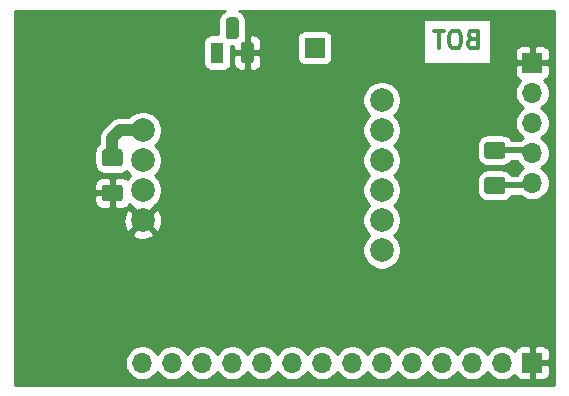
<source format=gbr>
G04 #@! TF.GenerationSoftware,KiCad,Pcbnew,5.1.5-52549c5~84~ubuntu18.04.1*
G04 #@! TF.CreationDate,2020-03-18T13:38:27+01:00*
G04 #@! TF.ProjectId,pcb_loadcell-dev-hx711,7063625f-6c6f-4616-9463-656c6c2d6465,rev?*
G04 #@! TF.SameCoordinates,Original*
G04 #@! TF.FileFunction,Copper,L2,Bot*
G04 #@! TF.FilePolarity,Positive*
%FSLAX46Y46*%
G04 Gerber Fmt 4.6, Leading zero omitted, Abs format (unit mm)*
G04 Created by KiCad (PCBNEW 5.1.5-52549c5~84~ubuntu18.04.1) date 2020-03-18 13:38:27*
%MOMM*%
%LPD*%
G04 APERTURE LIST*
%ADD10C,0.300000*%
%ADD11C,2.000000*%
%ADD12R,1.100000X1.800000*%
%ADD13C,0.100000*%
%ADD14O,1.700000X1.700000*%
%ADD15R,1.700000X1.700000*%
%ADD16C,0.800000*%
%ADD17C,0.500000*%
%ADD18C,1.000000*%
%ADD19C,0.254000*%
G04 APERTURE END LIST*
D10*
X83800000Y-79267857D02*
X83585714Y-79339285D01*
X83514285Y-79410714D01*
X83442857Y-79553571D01*
X83442857Y-79767857D01*
X83514285Y-79910714D01*
X83585714Y-79982142D01*
X83728571Y-80053571D01*
X84300000Y-80053571D01*
X84300000Y-78553571D01*
X83800000Y-78553571D01*
X83657142Y-78625000D01*
X83585714Y-78696428D01*
X83514285Y-78839285D01*
X83514285Y-78982142D01*
X83585714Y-79125000D01*
X83657142Y-79196428D01*
X83800000Y-79267857D01*
X84300000Y-79267857D01*
X82514285Y-78553571D02*
X82228571Y-78553571D01*
X82085714Y-78625000D01*
X81942857Y-78767857D01*
X81871428Y-79053571D01*
X81871428Y-79553571D01*
X81942857Y-79839285D01*
X82085714Y-79982142D01*
X82228571Y-80053571D01*
X82514285Y-80053571D01*
X82657142Y-79982142D01*
X82800000Y-79839285D01*
X82871428Y-79553571D01*
X82871428Y-79053571D01*
X82800000Y-78767857D01*
X82657142Y-78625000D01*
X82514285Y-78553571D01*
X81442857Y-78553571D02*
X80585714Y-78553571D01*
X81014285Y-80053571D02*
X81014285Y-78553571D01*
D11*
X76155000Y-97155000D03*
X76155000Y-94615000D03*
X76155000Y-92075000D03*
X76155000Y-89535000D03*
X76155000Y-86995000D03*
X76155000Y-84455000D03*
X55925000Y-86995000D03*
X55925000Y-89535000D03*
X55925000Y-92075000D03*
X55925000Y-94615000D03*
D12*
X62230000Y-80410000D03*
G04 #@! TA.AperFunction,ComponentPad*
D13*
G36*
X65071955Y-79511324D02*
G01*
X65098650Y-79515284D01*
X65124828Y-79521841D01*
X65150238Y-79530933D01*
X65174634Y-79542472D01*
X65197782Y-79556346D01*
X65219458Y-79572422D01*
X65239454Y-79590546D01*
X65257578Y-79610542D01*
X65273654Y-79632218D01*
X65287528Y-79655366D01*
X65299067Y-79679762D01*
X65308159Y-79705172D01*
X65314716Y-79731350D01*
X65318676Y-79758045D01*
X65320000Y-79785000D01*
X65320000Y-81035000D01*
X65318676Y-81061955D01*
X65314716Y-81088650D01*
X65308159Y-81114828D01*
X65299067Y-81140238D01*
X65287528Y-81164634D01*
X65273654Y-81187782D01*
X65257578Y-81209458D01*
X65239454Y-81229454D01*
X65219458Y-81247578D01*
X65197782Y-81263654D01*
X65174634Y-81277528D01*
X65150238Y-81289067D01*
X65124828Y-81298159D01*
X65098650Y-81304716D01*
X65071955Y-81308676D01*
X65045000Y-81310000D01*
X64495000Y-81310000D01*
X64468045Y-81308676D01*
X64441350Y-81304716D01*
X64415172Y-81298159D01*
X64389762Y-81289067D01*
X64365366Y-81277528D01*
X64342218Y-81263654D01*
X64320542Y-81247578D01*
X64300546Y-81229454D01*
X64282422Y-81209458D01*
X64266346Y-81187782D01*
X64252472Y-81164634D01*
X64240933Y-81140238D01*
X64231841Y-81114828D01*
X64225284Y-81088650D01*
X64221324Y-81061955D01*
X64220000Y-81035000D01*
X64220000Y-79785000D01*
X64221324Y-79758045D01*
X64225284Y-79731350D01*
X64231841Y-79705172D01*
X64240933Y-79679762D01*
X64252472Y-79655366D01*
X64266346Y-79632218D01*
X64282422Y-79610542D01*
X64300546Y-79590546D01*
X64320542Y-79572422D01*
X64342218Y-79556346D01*
X64365366Y-79542472D01*
X64389762Y-79530933D01*
X64415172Y-79521841D01*
X64441350Y-79515284D01*
X64468045Y-79511324D01*
X64495000Y-79510000D01*
X65045000Y-79510000D01*
X65071955Y-79511324D01*
G37*
G04 #@! TD.AperFunction*
G04 #@! TA.AperFunction,ComponentPad*
G36*
X63801955Y-77441324D02*
G01*
X63828650Y-77445284D01*
X63854828Y-77451841D01*
X63880238Y-77460933D01*
X63904634Y-77472472D01*
X63927782Y-77486346D01*
X63949458Y-77502422D01*
X63969454Y-77520546D01*
X63987578Y-77540542D01*
X64003654Y-77562218D01*
X64017528Y-77585366D01*
X64029067Y-77609762D01*
X64038159Y-77635172D01*
X64044716Y-77661350D01*
X64048676Y-77688045D01*
X64050000Y-77715000D01*
X64050000Y-78965000D01*
X64048676Y-78991955D01*
X64044716Y-79018650D01*
X64038159Y-79044828D01*
X64029067Y-79070238D01*
X64017528Y-79094634D01*
X64003654Y-79117782D01*
X63987578Y-79139458D01*
X63969454Y-79159454D01*
X63949458Y-79177578D01*
X63927782Y-79193654D01*
X63904634Y-79207528D01*
X63880238Y-79219067D01*
X63854828Y-79228159D01*
X63828650Y-79234716D01*
X63801955Y-79238676D01*
X63775000Y-79240000D01*
X63225000Y-79240000D01*
X63198045Y-79238676D01*
X63171350Y-79234716D01*
X63145172Y-79228159D01*
X63119762Y-79219067D01*
X63095366Y-79207528D01*
X63072218Y-79193654D01*
X63050542Y-79177578D01*
X63030546Y-79159454D01*
X63012422Y-79139458D01*
X62996346Y-79117782D01*
X62982472Y-79094634D01*
X62970933Y-79070238D01*
X62961841Y-79044828D01*
X62955284Y-79018650D01*
X62951324Y-78991955D01*
X62950000Y-78965000D01*
X62950000Y-77715000D01*
X62951324Y-77688045D01*
X62955284Y-77661350D01*
X62961841Y-77635172D01*
X62970933Y-77609762D01*
X62982472Y-77585366D01*
X62996346Y-77562218D01*
X63012422Y-77540542D01*
X63030546Y-77520546D01*
X63050542Y-77502422D01*
X63072218Y-77486346D01*
X63095366Y-77472472D01*
X63119762Y-77460933D01*
X63145172Y-77451841D01*
X63171350Y-77445284D01*
X63198045Y-77441324D01*
X63225000Y-77440000D01*
X63775000Y-77440000D01*
X63801955Y-77441324D01*
G37*
G04 #@! TD.AperFunction*
D14*
X55880000Y-106680000D03*
X58420000Y-106680000D03*
X60960000Y-106680000D03*
X63500000Y-106680000D03*
X66040000Y-106680000D03*
X68580000Y-106680000D03*
X71120000Y-106680000D03*
X73660000Y-106680000D03*
X76200000Y-106680000D03*
X78740000Y-106680000D03*
X81280000Y-106680000D03*
X83820000Y-106680000D03*
X86360000Y-106680000D03*
D15*
X88900000Y-106680000D03*
D14*
X88900000Y-91440000D03*
X88900000Y-88900000D03*
X88900000Y-86360000D03*
X88900000Y-83820000D03*
D15*
X88900000Y-81280000D03*
X70485000Y-80010000D03*
G04 #@! TA.AperFunction,SMDPad,CuDef*
D13*
G36*
X53989504Y-91581204D02*
G01*
X54013773Y-91584804D01*
X54037571Y-91590765D01*
X54060671Y-91599030D01*
X54082849Y-91609520D01*
X54103893Y-91622133D01*
X54123598Y-91636747D01*
X54141777Y-91653223D01*
X54158253Y-91671402D01*
X54172867Y-91691107D01*
X54185480Y-91712151D01*
X54195970Y-91734329D01*
X54204235Y-91757429D01*
X54210196Y-91781227D01*
X54213796Y-91805496D01*
X54215000Y-91830000D01*
X54215000Y-92755000D01*
X54213796Y-92779504D01*
X54210196Y-92803773D01*
X54204235Y-92827571D01*
X54195970Y-92850671D01*
X54185480Y-92872849D01*
X54172867Y-92893893D01*
X54158253Y-92913598D01*
X54141777Y-92931777D01*
X54123598Y-92948253D01*
X54103893Y-92962867D01*
X54082849Y-92975480D01*
X54060671Y-92985970D01*
X54037571Y-92994235D01*
X54013773Y-93000196D01*
X53989504Y-93003796D01*
X53965000Y-93005000D01*
X52715000Y-93005000D01*
X52690496Y-93003796D01*
X52666227Y-93000196D01*
X52642429Y-92994235D01*
X52619329Y-92985970D01*
X52597151Y-92975480D01*
X52576107Y-92962867D01*
X52556402Y-92948253D01*
X52538223Y-92931777D01*
X52521747Y-92913598D01*
X52507133Y-92893893D01*
X52494520Y-92872849D01*
X52484030Y-92850671D01*
X52475765Y-92827571D01*
X52469804Y-92803773D01*
X52466204Y-92779504D01*
X52465000Y-92755000D01*
X52465000Y-91830000D01*
X52466204Y-91805496D01*
X52469804Y-91781227D01*
X52475765Y-91757429D01*
X52484030Y-91734329D01*
X52494520Y-91712151D01*
X52507133Y-91691107D01*
X52521747Y-91671402D01*
X52538223Y-91653223D01*
X52556402Y-91636747D01*
X52576107Y-91622133D01*
X52597151Y-91609520D01*
X52619329Y-91599030D01*
X52642429Y-91590765D01*
X52666227Y-91584804D01*
X52690496Y-91581204D01*
X52715000Y-91580000D01*
X53965000Y-91580000D01*
X53989504Y-91581204D01*
G37*
G04 #@! TD.AperFunction*
G04 #@! TA.AperFunction,SMDPad,CuDef*
G36*
X53989504Y-88606204D02*
G01*
X54013773Y-88609804D01*
X54037571Y-88615765D01*
X54060671Y-88624030D01*
X54082849Y-88634520D01*
X54103893Y-88647133D01*
X54123598Y-88661747D01*
X54141777Y-88678223D01*
X54158253Y-88696402D01*
X54172867Y-88716107D01*
X54185480Y-88737151D01*
X54195970Y-88759329D01*
X54204235Y-88782429D01*
X54210196Y-88806227D01*
X54213796Y-88830496D01*
X54215000Y-88855000D01*
X54215000Y-89780000D01*
X54213796Y-89804504D01*
X54210196Y-89828773D01*
X54204235Y-89852571D01*
X54195970Y-89875671D01*
X54185480Y-89897849D01*
X54172867Y-89918893D01*
X54158253Y-89938598D01*
X54141777Y-89956777D01*
X54123598Y-89973253D01*
X54103893Y-89987867D01*
X54082849Y-90000480D01*
X54060671Y-90010970D01*
X54037571Y-90019235D01*
X54013773Y-90025196D01*
X53989504Y-90028796D01*
X53965000Y-90030000D01*
X52715000Y-90030000D01*
X52690496Y-90028796D01*
X52666227Y-90025196D01*
X52642429Y-90019235D01*
X52619329Y-90010970D01*
X52597151Y-90000480D01*
X52576107Y-89987867D01*
X52556402Y-89973253D01*
X52538223Y-89956777D01*
X52521747Y-89938598D01*
X52507133Y-89918893D01*
X52494520Y-89897849D01*
X52484030Y-89875671D01*
X52475765Y-89852571D01*
X52469804Y-89828773D01*
X52466204Y-89804504D01*
X52465000Y-89780000D01*
X52465000Y-88855000D01*
X52466204Y-88830496D01*
X52469804Y-88806227D01*
X52475765Y-88782429D01*
X52484030Y-88759329D01*
X52494520Y-88737151D01*
X52507133Y-88716107D01*
X52521747Y-88696402D01*
X52538223Y-88678223D01*
X52556402Y-88661747D01*
X52576107Y-88647133D01*
X52597151Y-88634520D01*
X52619329Y-88624030D01*
X52642429Y-88615765D01*
X52666227Y-88609804D01*
X52690496Y-88606204D01*
X52715000Y-88605000D01*
X53965000Y-88605000D01*
X53989504Y-88606204D01*
G37*
G04 #@! TD.AperFunction*
G04 #@! TA.AperFunction,SMDPad,CuDef*
G36*
X86374504Y-87971204D02*
G01*
X86398773Y-87974804D01*
X86422571Y-87980765D01*
X86445671Y-87989030D01*
X86467849Y-87999520D01*
X86488893Y-88012133D01*
X86508598Y-88026747D01*
X86526777Y-88043223D01*
X86543253Y-88061402D01*
X86557867Y-88081107D01*
X86570480Y-88102151D01*
X86580970Y-88124329D01*
X86589235Y-88147429D01*
X86595196Y-88171227D01*
X86598796Y-88195496D01*
X86600000Y-88220000D01*
X86600000Y-89145000D01*
X86598796Y-89169504D01*
X86595196Y-89193773D01*
X86589235Y-89217571D01*
X86580970Y-89240671D01*
X86570480Y-89262849D01*
X86557867Y-89283893D01*
X86543253Y-89303598D01*
X86526777Y-89321777D01*
X86508598Y-89338253D01*
X86488893Y-89352867D01*
X86467849Y-89365480D01*
X86445671Y-89375970D01*
X86422571Y-89384235D01*
X86398773Y-89390196D01*
X86374504Y-89393796D01*
X86350000Y-89395000D01*
X85100000Y-89395000D01*
X85075496Y-89393796D01*
X85051227Y-89390196D01*
X85027429Y-89384235D01*
X85004329Y-89375970D01*
X84982151Y-89365480D01*
X84961107Y-89352867D01*
X84941402Y-89338253D01*
X84923223Y-89321777D01*
X84906747Y-89303598D01*
X84892133Y-89283893D01*
X84879520Y-89262849D01*
X84869030Y-89240671D01*
X84860765Y-89217571D01*
X84854804Y-89193773D01*
X84851204Y-89169504D01*
X84850000Y-89145000D01*
X84850000Y-88220000D01*
X84851204Y-88195496D01*
X84854804Y-88171227D01*
X84860765Y-88147429D01*
X84869030Y-88124329D01*
X84879520Y-88102151D01*
X84892133Y-88081107D01*
X84906747Y-88061402D01*
X84923223Y-88043223D01*
X84941402Y-88026747D01*
X84961107Y-88012133D01*
X84982151Y-87999520D01*
X85004329Y-87989030D01*
X85027429Y-87980765D01*
X85051227Y-87974804D01*
X85075496Y-87971204D01*
X85100000Y-87970000D01*
X86350000Y-87970000D01*
X86374504Y-87971204D01*
G37*
G04 #@! TD.AperFunction*
G04 #@! TA.AperFunction,SMDPad,CuDef*
G36*
X86374504Y-90946204D02*
G01*
X86398773Y-90949804D01*
X86422571Y-90955765D01*
X86445671Y-90964030D01*
X86467849Y-90974520D01*
X86488893Y-90987133D01*
X86508598Y-91001747D01*
X86526777Y-91018223D01*
X86543253Y-91036402D01*
X86557867Y-91056107D01*
X86570480Y-91077151D01*
X86580970Y-91099329D01*
X86589235Y-91122429D01*
X86595196Y-91146227D01*
X86598796Y-91170496D01*
X86600000Y-91195000D01*
X86600000Y-92120000D01*
X86598796Y-92144504D01*
X86595196Y-92168773D01*
X86589235Y-92192571D01*
X86580970Y-92215671D01*
X86570480Y-92237849D01*
X86557867Y-92258893D01*
X86543253Y-92278598D01*
X86526777Y-92296777D01*
X86508598Y-92313253D01*
X86488893Y-92327867D01*
X86467849Y-92340480D01*
X86445671Y-92350970D01*
X86422571Y-92359235D01*
X86398773Y-92365196D01*
X86374504Y-92368796D01*
X86350000Y-92370000D01*
X85100000Y-92370000D01*
X85075496Y-92368796D01*
X85051227Y-92365196D01*
X85027429Y-92359235D01*
X85004329Y-92350970D01*
X84982151Y-92340480D01*
X84961107Y-92327867D01*
X84941402Y-92313253D01*
X84923223Y-92296777D01*
X84906747Y-92278598D01*
X84892133Y-92258893D01*
X84879520Y-92237849D01*
X84869030Y-92215671D01*
X84860765Y-92192571D01*
X84854804Y-92168773D01*
X84851204Y-92144504D01*
X84850000Y-92120000D01*
X84850000Y-91195000D01*
X84851204Y-91170496D01*
X84854804Y-91146227D01*
X84860765Y-91122429D01*
X84869030Y-91099329D01*
X84879520Y-91077151D01*
X84892133Y-91056107D01*
X84906747Y-91036402D01*
X84923223Y-91018223D01*
X84941402Y-91001747D01*
X84961107Y-90987133D01*
X84982151Y-90974520D01*
X85004329Y-90964030D01*
X85027429Y-90955765D01*
X85051227Y-90949804D01*
X85075496Y-90946204D01*
X85100000Y-90945000D01*
X86350000Y-90945000D01*
X86374504Y-90946204D01*
G37*
G04 #@! TD.AperFunction*
D16*
X67310000Y-100965000D03*
D17*
X88682500Y-88682500D02*
X88900000Y-88900000D01*
X85725000Y-88682500D02*
X88682500Y-88682500D01*
X88682500Y-91657500D02*
X88900000Y-91440000D01*
X85725000Y-91657500D02*
X88682500Y-91657500D01*
D18*
X53340000Y-89317500D02*
X53340000Y-87630000D01*
X53340000Y-87630000D02*
X53975000Y-86995000D01*
X53975000Y-86995000D02*
X55925000Y-86995000D01*
D19*
G36*
X62875582Y-76871431D02*
G01*
X62717724Y-76955808D01*
X62579361Y-77069361D01*
X62465808Y-77207724D01*
X62381431Y-77365582D01*
X62329472Y-77536868D01*
X62311928Y-77715000D01*
X62311928Y-78871928D01*
X61680000Y-78871928D01*
X61555518Y-78884188D01*
X61435820Y-78920498D01*
X61325506Y-78979463D01*
X61228815Y-79058815D01*
X61149463Y-79155506D01*
X61090498Y-79265820D01*
X61054188Y-79385518D01*
X61041928Y-79510000D01*
X61041928Y-81310000D01*
X61054188Y-81434482D01*
X61090498Y-81554180D01*
X61149463Y-81664494D01*
X61228815Y-81761185D01*
X61325506Y-81840537D01*
X61435820Y-81899502D01*
X61555518Y-81935812D01*
X61680000Y-81948072D01*
X62780000Y-81948072D01*
X62904482Y-81935812D01*
X63024180Y-81899502D01*
X63134494Y-81840537D01*
X63231185Y-81761185D01*
X63310537Y-81664494D01*
X63369502Y-81554180D01*
X63405812Y-81434482D01*
X63418072Y-81310000D01*
X63581928Y-81310000D01*
X63594188Y-81434482D01*
X63630498Y-81554180D01*
X63689463Y-81664494D01*
X63768815Y-81761185D01*
X63865506Y-81840537D01*
X63975820Y-81899502D01*
X64095518Y-81935812D01*
X64220000Y-81948072D01*
X64484250Y-81945000D01*
X64643000Y-81786250D01*
X64643000Y-80537000D01*
X64897000Y-80537000D01*
X64897000Y-81786250D01*
X65055750Y-81945000D01*
X65320000Y-81948072D01*
X65444482Y-81935812D01*
X65564180Y-81899502D01*
X65674494Y-81840537D01*
X65771185Y-81761185D01*
X65850537Y-81664494D01*
X65909502Y-81554180D01*
X65945812Y-81434482D01*
X65958072Y-81310000D01*
X65955000Y-80695750D01*
X65796250Y-80537000D01*
X64897000Y-80537000D01*
X64643000Y-80537000D01*
X63743750Y-80537000D01*
X63585000Y-80695750D01*
X63581928Y-81310000D01*
X63418072Y-81310000D01*
X63418072Y-79878072D01*
X63583769Y-79878072D01*
X63585000Y-80124250D01*
X63743750Y-80283000D01*
X64643000Y-80283000D01*
X64643000Y-79233880D01*
X64670528Y-79143132D01*
X64681300Y-79033750D01*
X64897000Y-79033750D01*
X64897000Y-80283000D01*
X65796250Y-80283000D01*
X65955000Y-80124250D01*
X65958072Y-79510000D01*
X65945812Y-79385518D01*
X65909502Y-79265820D01*
X65852940Y-79160000D01*
X68996928Y-79160000D01*
X68996928Y-80860000D01*
X69009188Y-80984482D01*
X69045498Y-81104180D01*
X69104463Y-81214494D01*
X69183815Y-81311185D01*
X69280506Y-81390537D01*
X69390820Y-81449502D01*
X69510518Y-81485812D01*
X69635000Y-81498072D01*
X71335000Y-81498072D01*
X71459482Y-81485812D01*
X71579180Y-81449502D01*
X71689494Y-81390537D01*
X71786185Y-81311185D01*
X71865537Y-81214494D01*
X71924502Y-81104180D01*
X71960812Y-80984482D01*
X71973072Y-80860000D01*
X71973072Y-79160000D01*
X71960812Y-79035518D01*
X71924502Y-78915820D01*
X71865537Y-78805506D01*
X71786185Y-78708815D01*
X71689494Y-78629463D01*
X71579180Y-78570498D01*
X71459482Y-78534188D01*
X71335000Y-78521928D01*
X69635000Y-78521928D01*
X69510518Y-78534188D01*
X69390820Y-78570498D01*
X69280506Y-78629463D01*
X69183815Y-78708815D01*
X69104463Y-78805506D01*
X69045498Y-78915820D01*
X69009188Y-79035518D01*
X68996928Y-79160000D01*
X65852940Y-79160000D01*
X65850537Y-79155506D01*
X65771185Y-79058815D01*
X65674494Y-78979463D01*
X65564180Y-78920498D01*
X65444482Y-78884188D01*
X65320000Y-78871928D01*
X65055750Y-78875000D01*
X64897000Y-79033750D01*
X64681300Y-79033750D01*
X64688072Y-78965000D01*
X64688072Y-77715000D01*
X64675269Y-77585000D01*
X79657857Y-77585000D01*
X79657857Y-81405000D01*
X85442143Y-81405000D01*
X85442143Y-80430000D01*
X87411928Y-80430000D01*
X87415000Y-80994250D01*
X87573750Y-81153000D01*
X88773000Y-81153000D01*
X88773000Y-79953750D01*
X89027000Y-79953750D01*
X89027000Y-81153000D01*
X90226250Y-81153000D01*
X90385000Y-80994250D01*
X90388072Y-80430000D01*
X90375812Y-80305518D01*
X90339502Y-80185820D01*
X90280537Y-80075506D01*
X90201185Y-79978815D01*
X90104494Y-79899463D01*
X89994180Y-79840498D01*
X89874482Y-79804188D01*
X89750000Y-79791928D01*
X89185750Y-79795000D01*
X89027000Y-79953750D01*
X88773000Y-79953750D01*
X88614250Y-79795000D01*
X88050000Y-79791928D01*
X87925518Y-79804188D01*
X87805820Y-79840498D01*
X87695506Y-79899463D01*
X87598815Y-79978815D01*
X87519463Y-80075506D01*
X87460498Y-80185820D01*
X87424188Y-80305518D01*
X87411928Y-80430000D01*
X85442143Y-80430000D01*
X85442143Y-77585000D01*
X79657857Y-77585000D01*
X64675269Y-77585000D01*
X64670528Y-77536868D01*
X64618569Y-77365582D01*
X64534192Y-77207724D01*
X64420639Y-77069361D01*
X64282276Y-76955808D01*
X64124418Y-76871431D01*
X64086735Y-76860000D01*
X90780001Y-76860000D01*
X90780000Y-108560000D01*
X45110000Y-108560000D01*
X45110000Y-106533740D01*
X54395000Y-106533740D01*
X54395000Y-106826260D01*
X54452068Y-107113158D01*
X54564010Y-107383411D01*
X54726525Y-107626632D01*
X54933368Y-107833475D01*
X55176589Y-107995990D01*
X55446842Y-108107932D01*
X55733740Y-108165000D01*
X56026260Y-108165000D01*
X56313158Y-108107932D01*
X56583411Y-107995990D01*
X56826632Y-107833475D01*
X57033475Y-107626632D01*
X57150000Y-107452240D01*
X57266525Y-107626632D01*
X57473368Y-107833475D01*
X57716589Y-107995990D01*
X57986842Y-108107932D01*
X58273740Y-108165000D01*
X58566260Y-108165000D01*
X58853158Y-108107932D01*
X59123411Y-107995990D01*
X59366632Y-107833475D01*
X59573475Y-107626632D01*
X59690000Y-107452240D01*
X59806525Y-107626632D01*
X60013368Y-107833475D01*
X60256589Y-107995990D01*
X60526842Y-108107932D01*
X60813740Y-108165000D01*
X61106260Y-108165000D01*
X61393158Y-108107932D01*
X61663411Y-107995990D01*
X61906632Y-107833475D01*
X62113475Y-107626632D01*
X62230000Y-107452240D01*
X62346525Y-107626632D01*
X62553368Y-107833475D01*
X62796589Y-107995990D01*
X63066842Y-108107932D01*
X63353740Y-108165000D01*
X63646260Y-108165000D01*
X63933158Y-108107932D01*
X64203411Y-107995990D01*
X64446632Y-107833475D01*
X64653475Y-107626632D01*
X64770000Y-107452240D01*
X64886525Y-107626632D01*
X65093368Y-107833475D01*
X65336589Y-107995990D01*
X65606842Y-108107932D01*
X65893740Y-108165000D01*
X66186260Y-108165000D01*
X66473158Y-108107932D01*
X66743411Y-107995990D01*
X66986632Y-107833475D01*
X67193475Y-107626632D01*
X67310000Y-107452240D01*
X67426525Y-107626632D01*
X67633368Y-107833475D01*
X67876589Y-107995990D01*
X68146842Y-108107932D01*
X68433740Y-108165000D01*
X68726260Y-108165000D01*
X69013158Y-108107932D01*
X69283411Y-107995990D01*
X69526632Y-107833475D01*
X69733475Y-107626632D01*
X69850000Y-107452240D01*
X69966525Y-107626632D01*
X70173368Y-107833475D01*
X70416589Y-107995990D01*
X70686842Y-108107932D01*
X70973740Y-108165000D01*
X71266260Y-108165000D01*
X71553158Y-108107932D01*
X71823411Y-107995990D01*
X72066632Y-107833475D01*
X72273475Y-107626632D01*
X72390000Y-107452240D01*
X72506525Y-107626632D01*
X72713368Y-107833475D01*
X72956589Y-107995990D01*
X73226842Y-108107932D01*
X73513740Y-108165000D01*
X73806260Y-108165000D01*
X74093158Y-108107932D01*
X74363411Y-107995990D01*
X74606632Y-107833475D01*
X74813475Y-107626632D01*
X74930000Y-107452240D01*
X75046525Y-107626632D01*
X75253368Y-107833475D01*
X75496589Y-107995990D01*
X75766842Y-108107932D01*
X76053740Y-108165000D01*
X76346260Y-108165000D01*
X76633158Y-108107932D01*
X76903411Y-107995990D01*
X77146632Y-107833475D01*
X77353475Y-107626632D01*
X77470000Y-107452240D01*
X77586525Y-107626632D01*
X77793368Y-107833475D01*
X78036589Y-107995990D01*
X78306842Y-108107932D01*
X78593740Y-108165000D01*
X78886260Y-108165000D01*
X79173158Y-108107932D01*
X79443411Y-107995990D01*
X79686632Y-107833475D01*
X79893475Y-107626632D01*
X80010000Y-107452240D01*
X80126525Y-107626632D01*
X80333368Y-107833475D01*
X80576589Y-107995990D01*
X80846842Y-108107932D01*
X81133740Y-108165000D01*
X81426260Y-108165000D01*
X81713158Y-108107932D01*
X81983411Y-107995990D01*
X82226632Y-107833475D01*
X82433475Y-107626632D01*
X82550000Y-107452240D01*
X82666525Y-107626632D01*
X82873368Y-107833475D01*
X83116589Y-107995990D01*
X83386842Y-108107932D01*
X83673740Y-108165000D01*
X83966260Y-108165000D01*
X84253158Y-108107932D01*
X84523411Y-107995990D01*
X84766632Y-107833475D01*
X84973475Y-107626632D01*
X85090000Y-107452240D01*
X85206525Y-107626632D01*
X85413368Y-107833475D01*
X85656589Y-107995990D01*
X85926842Y-108107932D01*
X86213740Y-108165000D01*
X86506260Y-108165000D01*
X86793158Y-108107932D01*
X87063411Y-107995990D01*
X87306632Y-107833475D01*
X87438487Y-107701620D01*
X87460498Y-107774180D01*
X87519463Y-107884494D01*
X87598815Y-107981185D01*
X87695506Y-108060537D01*
X87805820Y-108119502D01*
X87925518Y-108155812D01*
X88050000Y-108168072D01*
X88614250Y-108165000D01*
X88773000Y-108006250D01*
X88773000Y-106807000D01*
X89027000Y-106807000D01*
X89027000Y-108006250D01*
X89185750Y-108165000D01*
X89750000Y-108168072D01*
X89874482Y-108155812D01*
X89994180Y-108119502D01*
X90104494Y-108060537D01*
X90201185Y-107981185D01*
X90280537Y-107884494D01*
X90339502Y-107774180D01*
X90375812Y-107654482D01*
X90388072Y-107530000D01*
X90385000Y-106965750D01*
X90226250Y-106807000D01*
X89027000Y-106807000D01*
X88773000Y-106807000D01*
X88753000Y-106807000D01*
X88753000Y-106553000D01*
X88773000Y-106553000D01*
X88773000Y-105353750D01*
X89027000Y-105353750D01*
X89027000Y-106553000D01*
X90226250Y-106553000D01*
X90385000Y-106394250D01*
X90388072Y-105830000D01*
X90375812Y-105705518D01*
X90339502Y-105585820D01*
X90280537Y-105475506D01*
X90201185Y-105378815D01*
X90104494Y-105299463D01*
X89994180Y-105240498D01*
X89874482Y-105204188D01*
X89750000Y-105191928D01*
X89185750Y-105195000D01*
X89027000Y-105353750D01*
X88773000Y-105353750D01*
X88614250Y-105195000D01*
X88050000Y-105191928D01*
X87925518Y-105204188D01*
X87805820Y-105240498D01*
X87695506Y-105299463D01*
X87598815Y-105378815D01*
X87519463Y-105475506D01*
X87460498Y-105585820D01*
X87438487Y-105658380D01*
X87306632Y-105526525D01*
X87063411Y-105364010D01*
X86793158Y-105252068D01*
X86506260Y-105195000D01*
X86213740Y-105195000D01*
X85926842Y-105252068D01*
X85656589Y-105364010D01*
X85413368Y-105526525D01*
X85206525Y-105733368D01*
X85090000Y-105907760D01*
X84973475Y-105733368D01*
X84766632Y-105526525D01*
X84523411Y-105364010D01*
X84253158Y-105252068D01*
X83966260Y-105195000D01*
X83673740Y-105195000D01*
X83386842Y-105252068D01*
X83116589Y-105364010D01*
X82873368Y-105526525D01*
X82666525Y-105733368D01*
X82550000Y-105907760D01*
X82433475Y-105733368D01*
X82226632Y-105526525D01*
X81983411Y-105364010D01*
X81713158Y-105252068D01*
X81426260Y-105195000D01*
X81133740Y-105195000D01*
X80846842Y-105252068D01*
X80576589Y-105364010D01*
X80333368Y-105526525D01*
X80126525Y-105733368D01*
X80010000Y-105907760D01*
X79893475Y-105733368D01*
X79686632Y-105526525D01*
X79443411Y-105364010D01*
X79173158Y-105252068D01*
X78886260Y-105195000D01*
X78593740Y-105195000D01*
X78306842Y-105252068D01*
X78036589Y-105364010D01*
X77793368Y-105526525D01*
X77586525Y-105733368D01*
X77470000Y-105907760D01*
X77353475Y-105733368D01*
X77146632Y-105526525D01*
X76903411Y-105364010D01*
X76633158Y-105252068D01*
X76346260Y-105195000D01*
X76053740Y-105195000D01*
X75766842Y-105252068D01*
X75496589Y-105364010D01*
X75253368Y-105526525D01*
X75046525Y-105733368D01*
X74930000Y-105907760D01*
X74813475Y-105733368D01*
X74606632Y-105526525D01*
X74363411Y-105364010D01*
X74093158Y-105252068D01*
X73806260Y-105195000D01*
X73513740Y-105195000D01*
X73226842Y-105252068D01*
X72956589Y-105364010D01*
X72713368Y-105526525D01*
X72506525Y-105733368D01*
X72390000Y-105907760D01*
X72273475Y-105733368D01*
X72066632Y-105526525D01*
X71823411Y-105364010D01*
X71553158Y-105252068D01*
X71266260Y-105195000D01*
X70973740Y-105195000D01*
X70686842Y-105252068D01*
X70416589Y-105364010D01*
X70173368Y-105526525D01*
X69966525Y-105733368D01*
X69850000Y-105907760D01*
X69733475Y-105733368D01*
X69526632Y-105526525D01*
X69283411Y-105364010D01*
X69013158Y-105252068D01*
X68726260Y-105195000D01*
X68433740Y-105195000D01*
X68146842Y-105252068D01*
X67876589Y-105364010D01*
X67633368Y-105526525D01*
X67426525Y-105733368D01*
X67310000Y-105907760D01*
X67193475Y-105733368D01*
X66986632Y-105526525D01*
X66743411Y-105364010D01*
X66473158Y-105252068D01*
X66186260Y-105195000D01*
X65893740Y-105195000D01*
X65606842Y-105252068D01*
X65336589Y-105364010D01*
X65093368Y-105526525D01*
X64886525Y-105733368D01*
X64770000Y-105907760D01*
X64653475Y-105733368D01*
X64446632Y-105526525D01*
X64203411Y-105364010D01*
X63933158Y-105252068D01*
X63646260Y-105195000D01*
X63353740Y-105195000D01*
X63066842Y-105252068D01*
X62796589Y-105364010D01*
X62553368Y-105526525D01*
X62346525Y-105733368D01*
X62230000Y-105907760D01*
X62113475Y-105733368D01*
X61906632Y-105526525D01*
X61663411Y-105364010D01*
X61393158Y-105252068D01*
X61106260Y-105195000D01*
X60813740Y-105195000D01*
X60526842Y-105252068D01*
X60256589Y-105364010D01*
X60013368Y-105526525D01*
X59806525Y-105733368D01*
X59690000Y-105907760D01*
X59573475Y-105733368D01*
X59366632Y-105526525D01*
X59123411Y-105364010D01*
X58853158Y-105252068D01*
X58566260Y-105195000D01*
X58273740Y-105195000D01*
X57986842Y-105252068D01*
X57716589Y-105364010D01*
X57473368Y-105526525D01*
X57266525Y-105733368D01*
X57150000Y-105907760D01*
X57033475Y-105733368D01*
X56826632Y-105526525D01*
X56583411Y-105364010D01*
X56313158Y-105252068D01*
X56026260Y-105195000D01*
X55733740Y-105195000D01*
X55446842Y-105252068D01*
X55176589Y-105364010D01*
X54933368Y-105526525D01*
X54726525Y-105733368D01*
X54564010Y-105976589D01*
X54452068Y-106246842D01*
X54395000Y-106533740D01*
X45110000Y-106533740D01*
X45110000Y-95750413D01*
X54969192Y-95750413D01*
X55064956Y-96014814D01*
X55354571Y-96155704D01*
X55666108Y-96237384D01*
X55987595Y-96256718D01*
X56306675Y-96212961D01*
X56611088Y-96107795D01*
X56785044Y-96014814D01*
X56880808Y-95750413D01*
X55925000Y-94794605D01*
X54969192Y-95750413D01*
X45110000Y-95750413D01*
X45110000Y-94677595D01*
X54283282Y-94677595D01*
X54327039Y-94996675D01*
X54432205Y-95301088D01*
X54525186Y-95475044D01*
X54789587Y-95570808D01*
X55745395Y-94615000D01*
X56104605Y-94615000D01*
X57060413Y-95570808D01*
X57324814Y-95475044D01*
X57465704Y-95185429D01*
X57547384Y-94873892D01*
X57566718Y-94552405D01*
X57522961Y-94233325D01*
X57417795Y-93928912D01*
X57324814Y-93754956D01*
X57060413Y-93659192D01*
X56104605Y-94615000D01*
X55745395Y-94615000D01*
X54789587Y-93659192D01*
X54525186Y-93754956D01*
X54384296Y-94044571D01*
X54302616Y-94356108D01*
X54283282Y-94677595D01*
X45110000Y-94677595D01*
X45110000Y-93005000D01*
X51826928Y-93005000D01*
X51839188Y-93129482D01*
X51875498Y-93249180D01*
X51934463Y-93359494D01*
X52013815Y-93456185D01*
X52110506Y-93535537D01*
X52220820Y-93594502D01*
X52340518Y-93630812D01*
X52465000Y-93643072D01*
X53054250Y-93640000D01*
X53213000Y-93481250D01*
X53213000Y-92419500D01*
X51988750Y-92419500D01*
X51830000Y-92578250D01*
X51826928Y-93005000D01*
X45110000Y-93005000D01*
X45110000Y-91580000D01*
X51826928Y-91580000D01*
X51830000Y-92006750D01*
X51988750Y-92165500D01*
X53213000Y-92165500D01*
X53213000Y-91103750D01*
X53054250Y-90945000D01*
X52465000Y-90941928D01*
X52340518Y-90954188D01*
X52220820Y-90990498D01*
X52110506Y-91049463D01*
X52013815Y-91128815D01*
X51934463Y-91225506D01*
X51875498Y-91335820D01*
X51839188Y-91455518D01*
X51826928Y-91580000D01*
X45110000Y-91580000D01*
X45110000Y-88855000D01*
X51826928Y-88855000D01*
X51826928Y-89780000D01*
X51843992Y-89953254D01*
X51894528Y-90119850D01*
X51976595Y-90273386D01*
X52087038Y-90407962D01*
X52221614Y-90518405D01*
X52375150Y-90600472D01*
X52541746Y-90651008D01*
X52715000Y-90668072D01*
X53965000Y-90668072D01*
X54138254Y-90651008D01*
X54304850Y-90600472D01*
X54458386Y-90518405D01*
X54559982Y-90435028D01*
X54655013Y-90577252D01*
X54882748Y-90804987D01*
X54882767Y-90805000D01*
X54882748Y-90805013D01*
X54655013Y-91032748D01*
X54617513Y-91088871D01*
X54569494Y-91049463D01*
X54459180Y-90990498D01*
X54339482Y-90954188D01*
X54215000Y-90941928D01*
X53625750Y-90945000D01*
X53467000Y-91103750D01*
X53467000Y-92165500D01*
X53487000Y-92165500D01*
X53487000Y-92419500D01*
X53467000Y-92419500D01*
X53467000Y-93481250D01*
X53625750Y-93640000D01*
X54215000Y-93643072D01*
X54339482Y-93630812D01*
X54459180Y-93594502D01*
X54569494Y-93535537D01*
X54666185Y-93456185D01*
X54745537Y-93359494D01*
X54798385Y-93260624D01*
X54882748Y-93344987D01*
X54991600Y-93417720D01*
X54969192Y-93479587D01*
X55925000Y-94435395D01*
X56880808Y-93479587D01*
X56858400Y-93417720D01*
X56967252Y-93344987D01*
X57194987Y-93117252D01*
X57373918Y-92849463D01*
X57497168Y-92551912D01*
X57560000Y-92236033D01*
X57560000Y-91913967D01*
X57497168Y-91598088D01*
X57373918Y-91300537D01*
X57194987Y-91032748D01*
X56967252Y-90805013D01*
X56967233Y-90805000D01*
X56967252Y-90804987D01*
X57194987Y-90577252D01*
X57373918Y-90309463D01*
X57497168Y-90011912D01*
X57560000Y-89696033D01*
X57560000Y-89373967D01*
X57497168Y-89058088D01*
X57373918Y-88760537D01*
X57194987Y-88492748D01*
X56967252Y-88265013D01*
X56967233Y-88265000D01*
X56967252Y-88264987D01*
X57194987Y-88037252D01*
X57373918Y-87769463D01*
X57497168Y-87471912D01*
X57560000Y-87156033D01*
X57560000Y-86833967D01*
X57497168Y-86518088D01*
X57373918Y-86220537D01*
X57194987Y-85952748D01*
X56967252Y-85725013D01*
X56699463Y-85546082D01*
X56401912Y-85422832D01*
X56086033Y-85360000D01*
X55763967Y-85360000D01*
X55448088Y-85422832D01*
X55150537Y-85546082D01*
X54882748Y-85725013D01*
X54747761Y-85860000D01*
X54030752Y-85860000D01*
X53975000Y-85854509D01*
X53919248Y-85860000D01*
X53752501Y-85876423D01*
X53538553Y-85941324D01*
X53341377Y-86046716D01*
X53168551Y-86188551D01*
X53133008Y-86231860D01*
X52576860Y-86788009D01*
X52533552Y-86823551D01*
X52391717Y-86996377D01*
X52355887Y-87063411D01*
X52286324Y-87193554D01*
X52221423Y-87407502D01*
X52199509Y-87630000D01*
X52205000Y-87685751D01*
X52205000Y-88130230D01*
X52087038Y-88227038D01*
X51976595Y-88361614D01*
X51894528Y-88515150D01*
X51843992Y-88681746D01*
X51826928Y-88855000D01*
X45110000Y-88855000D01*
X45110000Y-84293967D01*
X74520000Y-84293967D01*
X74520000Y-84616033D01*
X74582832Y-84931912D01*
X74706082Y-85229463D01*
X74885013Y-85497252D01*
X75112748Y-85724987D01*
X75112767Y-85725000D01*
X75112748Y-85725013D01*
X74885013Y-85952748D01*
X74706082Y-86220537D01*
X74582832Y-86518088D01*
X74520000Y-86833967D01*
X74520000Y-87156033D01*
X74582832Y-87471912D01*
X74706082Y-87769463D01*
X74885013Y-88037252D01*
X75112748Y-88264987D01*
X75112767Y-88265000D01*
X75112748Y-88265013D01*
X74885013Y-88492748D01*
X74706082Y-88760537D01*
X74582832Y-89058088D01*
X74520000Y-89373967D01*
X74520000Y-89696033D01*
X74582832Y-90011912D01*
X74706082Y-90309463D01*
X74885013Y-90577252D01*
X75112748Y-90804987D01*
X75112767Y-90805000D01*
X75112748Y-90805013D01*
X74885013Y-91032748D01*
X74706082Y-91300537D01*
X74582832Y-91598088D01*
X74520000Y-91913967D01*
X74520000Y-92236033D01*
X74582832Y-92551912D01*
X74706082Y-92849463D01*
X74885013Y-93117252D01*
X75112748Y-93344987D01*
X75112767Y-93345000D01*
X75112748Y-93345013D01*
X74885013Y-93572748D01*
X74706082Y-93840537D01*
X74582832Y-94138088D01*
X74520000Y-94453967D01*
X74520000Y-94776033D01*
X74582832Y-95091912D01*
X74706082Y-95389463D01*
X74885013Y-95657252D01*
X75112748Y-95884987D01*
X75112767Y-95885000D01*
X75112748Y-95885013D01*
X74885013Y-96112748D01*
X74706082Y-96380537D01*
X74582832Y-96678088D01*
X74520000Y-96993967D01*
X74520000Y-97316033D01*
X74582832Y-97631912D01*
X74706082Y-97929463D01*
X74885013Y-98197252D01*
X75112748Y-98424987D01*
X75380537Y-98603918D01*
X75678088Y-98727168D01*
X75993967Y-98790000D01*
X76316033Y-98790000D01*
X76631912Y-98727168D01*
X76929463Y-98603918D01*
X77197252Y-98424987D01*
X77424987Y-98197252D01*
X77603918Y-97929463D01*
X77727168Y-97631912D01*
X77790000Y-97316033D01*
X77790000Y-96993967D01*
X77727168Y-96678088D01*
X77603918Y-96380537D01*
X77424987Y-96112748D01*
X77197252Y-95885013D01*
X77197233Y-95885000D01*
X77197252Y-95884987D01*
X77424987Y-95657252D01*
X77603918Y-95389463D01*
X77727168Y-95091912D01*
X77790000Y-94776033D01*
X77790000Y-94453967D01*
X77727168Y-94138088D01*
X77603918Y-93840537D01*
X77424987Y-93572748D01*
X77197252Y-93345013D01*
X77197233Y-93345000D01*
X77197252Y-93344987D01*
X77424987Y-93117252D01*
X77603918Y-92849463D01*
X77727168Y-92551912D01*
X77790000Y-92236033D01*
X77790000Y-91913967D01*
X77727168Y-91598088D01*
X77603918Y-91300537D01*
X77424987Y-91032748D01*
X77197252Y-90805013D01*
X77197233Y-90805000D01*
X77197252Y-90804987D01*
X77424987Y-90577252D01*
X77603918Y-90309463D01*
X77727168Y-90011912D01*
X77790000Y-89696033D01*
X77790000Y-89373967D01*
X77727168Y-89058088D01*
X77603918Y-88760537D01*
X77424987Y-88492748D01*
X77197252Y-88265013D01*
X77197233Y-88265000D01*
X77197252Y-88264987D01*
X77242239Y-88220000D01*
X84211928Y-88220000D01*
X84211928Y-89145000D01*
X84228992Y-89318254D01*
X84279528Y-89484850D01*
X84361595Y-89638386D01*
X84472038Y-89772962D01*
X84606614Y-89883405D01*
X84760150Y-89965472D01*
X84926746Y-90016008D01*
X85100000Y-90033072D01*
X86350000Y-90033072D01*
X86523254Y-90016008D01*
X86689850Y-89965472D01*
X86843386Y-89883405D01*
X86977962Y-89772962D01*
X87088405Y-89638386D01*
X87126294Y-89567500D01*
X87569135Y-89567500D01*
X87584010Y-89603411D01*
X87746525Y-89846632D01*
X87953368Y-90053475D01*
X88127760Y-90170000D01*
X87953368Y-90286525D01*
X87746525Y-90493368D01*
X87584010Y-90736589D01*
X87569135Y-90772500D01*
X87126294Y-90772500D01*
X87088405Y-90701614D01*
X86977962Y-90567038D01*
X86843386Y-90456595D01*
X86689850Y-90374528D01*
X86523254Y-90323992D01*
X86350000Y-90306928D01*
X85100000Y-90306928D01*
X84926746Y-90323992D01*
X84760150Y-90374528D01*
X84606614Y-90456595D01*
X84472038Y-90567038D01*
X84361595Y-90701614D01*
X84279528Y-90855150D01*
X84228992Y-91021746D01*
X84211928Y-91195000D01*
X84211928Y-92120000D01*
X84228992Y-92293254D01*
X84279528Y-92459850D01*
X84361595Y-92613386D01*
X84472038Y-92747962D01*
X84606614Y-92858405D01*
X84760150Y-92940472D01*
X84926746Y-92991008D01*
X85100000Y-93008072D01*
X86350000Y-93008072D01*
X86523254Y-92991008D01*
X86689850Y-92940472D01*
X86843386Y-92858405D01*
X86977962Y-92747962D01*
X87088405Y-92613386D01*
X87126294Y-92542500D01*
X87902393Y-92542500D01*
X87953368Y-92593475D01*
X88196589Y-92755990D01*
X88466842Y-92867932D01*
X88753740Y-92925000D01*
X89046260Y-92925000D01*
X89333158Y-92867932D01*
X89603411Y-92755990D01*
X89846632Y-92593475D01*
X90053475Y-92386632D01*
X90215990Y-92143411D01*
X90327932Y-91873158D01*
X90385000Y-91586260D01*
X90385000Y-91293740D01*
X90327932Y-91006842D01*
X90215990Y-90736589D01*
X90053475Y-90493368D01*
X89846632Y-90286525D01*
X89672240Y-90170000D01*
X89846632Y-90053475D01*
X90053475Y-89846632D01*
X90215990Y-89603411D01*
X90327932Y-89333158D01*
X90385000Y-89046260D01*
X90385000Y-88753740D01*
X90327932Y-88466842D01*
X90215990Y-88196589D01*
X90053475Y-87953368D01*
X89846632Y-87746525D01*
X89672240Y-87630000D01*
X89846632Y-87513475D01*
X90053475Y-87306632D01*
X90215990Y-87063411D01*
X90327932Y-86793158D01*
X90385000Y-86506260D01*
X90385000Y-86213740D01*
X90327932Y-85926842D01*
X90215990Y-85656589D01*
X90053475Y-85413368D01*
X89846632Y-85206525D01*
X89672240Y-85090000D01*
X89846632Y-84973475D01*
X90053475Y-84766632D01*
X90215990Y-84523411D01*
X90327932Y-84253158D01*
X90385000Y-83966260D01*
X90385000Y-83673740D01*
X90327932Y-83386842D01*
X90215990Y-83116589D01*
X90053475Y-82873368D01*
X89921620Y-82741513D01*
X89994180Y-82719502D01*
X90104494Y-82660537D01*
X90201185Y-82581185D01*
X90280537Y-82484494D01*
X90339502Y-82374180D01*
X90375812Y-82254482D01*
X90388072Y-82130000D01*
X90385000Y-81565750D01*
X90226250Y-81407000D01*
X89027000Y-81407000D01*
X89027000Y-81427000D01*
X88773000Y-81427000D01*
X88773000Y-81407000D01*
X87573750Y-81407000D01*
X87415000Y-81565750D01*
X87411928Y-82130000D01*
X87424188Y-82254482D01*
X87460498Y-82374180D01*
X87519463Y-82484494D01*
X87598815Y-82581185D01*
X87695506Y-82660537D01*
X87805820Y-82719502D01*
X87878380Y-82741513D01*
X87746525Y-82873368D01*
X87584010Y-83116589D01*
X87472068Y-83386842D01*
X87415000Y-83673740D01*
X87415000Y-83966260D01*
X87472068Y-84253158D01*
X87584010Y-84523411D01*
X87746525Y-84766632D01*
X87953368Y-84973475D01*
X88127760Y-85090000D01*
X87953368Y-85206525D01*
X87746525Y-85413368D01*
X87584010Y-85656589D01*
X87472068Y-85926842D01*
X87415000Y-86213740D01*
X87415000Y-86506260D01*
X87472068Y-86793158D01*
X87584010Y-87063411D01*
X87746525Y-87306632D01*
X87953368Y-87513475D01*
X88127760Y-87630000D01*
X87953368Y-87746525D01*
X87902393Y-87797500D01*
X87126294Y-87797500D01*
X87088405Y-87726614D01*
X86977962Y-87592038D01*
X86843386Y-87481595D01*
X86689850Y-87399528D01*
X86523254Y-87348992D01*
X86350000Y-87331928D01*
X85100000Y-87331928D01*
X84926746Y-87348992D01*
X84760150Y-87399528D01*
X84606614Y-87481595D01*
X84472038Y-87592038D01*
X84361595Y-87726614D01*
X84279528Y-87880150D01*
X84228992Y-88046746D01*
X84211928Y-88220000D01*
X77242239Y-88220000D01*
X77424987Y-88037252D01*
X77603918Y-87769463D01*
X77727168Y-87471912D01*
X77790000Y-87156033D01*
X77790000Y-86833967D01*
X77727168Y-86518088D01*
X77603918Y-86220537D01*
X77424987Y-85952748D01*
X77197252Y-85725013D01*
X77197233Y-85725000D01*
X77197252Y-85724987D01*
X77424987Y-85497252D01*
X77603918Y-85229463D01*
X77727168Y-84931912D01*
X77790000Y-84616033D01*
X77790000Y-84293967D01*
X77727168Y-83978088D01*
X77603918Y-83680537D01*
X77424987Y-83412748D01*
X77197252Y-83185013D01*
X76929463Y-83006082D01*
X76631912Y-82882832D01*
X76316033Y-82820000D01*
X75993967Y-82820000D01*
X75678088Y-82882832D01*
X75380537Y-83006082D01*
X75112748Y-83185013D01*
X74885013Y-83412748D01*
X74706082Y-83680537D01*
X74582832Y-83978088D01*
X74520000Y-84293967D01*
X45110000Y-84293967D01*
X45110000Y-76860000D01*
X62913265Y-76860000D01*
X62875582Y-76871431D01*
G37*
X62875582Y-76871431D02*
X62717724Y-76955808D01*
X62579361Y-77069361D01*
X62465808Y-77207724D01*
X62381431Y-77365582D01*
X62329472Y-77536868D01*
X62311928Y-77715000D01*
X62311928Y-78871928D01*
X61680000Y-78871928D01*
X61555518Y-78884188D01*
X61435820Y-78920498D01*
X61325506Y-78979463D01*
X61228815Y-79058815D01*
X61149463Y-79155506D01*
X61090498Y-79265820D01*
X61054188Y-79385518D01*
X61041928Y-79510000D01*
X61041928Y-81310000D01*
X61054188Y-81434482D01*
X61090498Y-81554180D01*
X61149463Y-81664494D01*
X61228815Y-81761185D01*
X61325506Y-81840537D01*
X61435820Y-81899502D01*
X61555518Y-81935812D01*
X61680000Y-81948072D01*
X62780000Y-81948072D01*
X62904482Y-81935812D01*
X63024180Y-81899502D01*
X63134494Y-81840537D01*
X63231185Y-81761185D01*
X63310537Y-81664494D01*
X63369502Y-81554180D01*
X63405812Y-81434482D01*
X63418072Y-81310000D01*
X63581928Y-81310000D01*
X63594188Y-81434482D01*
X63630498Y-81554180D01*
X63689463Y-81664494D01*
X63768815Y-81761185D01*
X63865506Y-81840537D01*
X63975820Y-81899502D01*
X64095518Y-81935812D01*
X64220000Y-81948072D01*
X64484250Y-81945000D01*
X64643000Y-81786250D01*
X64643000Y-80537000D01*
X64897000Y-80537000D01*
X64897000Y-81786250D01*
X65055750Y-81945000D01*
X65320000Y-81948072D01*
X65444482Y-81935812D01*
X65564180Y-81899502D01*
X65674494Y-81840537D01*
X65771185Y-81761185D01*
X65850537Y-81664494D01*
X65909502Y-81554180D01*
X65945812Y-81434482D01*
X65958072Y-81310000D01*
X65955000Y-80695750D01*
X65796250Y-80537000D01*
X64897000Y-80537000D01*
X64643000Y-80537000D01*
X63743750Y-80537000D01*
X63585000Y-80695750D01*
X63581928Y-81310000D01*
X63418072Y-81310000D01*
X63418072Y-79878072D01*
X63583769Y-79878072D01*
X63585000Y-80124250D01*
X63743750Y-80283000D01*
X64643000Y-80283000D01*
X64643000Y-79233880D01*
X64670528Y-79143132D01*
X64681300Y-79033750D01*
X64897000Y-79033750D01*
X64897000Y-80283000D01*
X65796250Y-80283000D01*
X65955000Y-80124250D01*
X65958072Y-79510000D01*
X65945812Y-79385518D01*
X65909502Y-79265820D01*
X65852940Y-79160000D01*
X68996928Y-79160000D01*
X68996928Y-80860000D01*
X69009188Y-80984482D01*
X69045498Y-81104180D01*
X69104463Y-81214494D01*
X69183815Y-81311185D01*
X69280506Y-81390537D01*
X69390820Y-81449502D01*
X69510518Y-81485812D01*
X69635000Y-81498072D01*
X71335000Y-81498072D01*
X71459482Y-81485812D01*
X71579180Y-81449502D01*
X71689494Y-81390537D01*
X71786185Y-81311185D01*
X71865537Y-81214494D01*
X71924502Y-81104180D01*
X71960812Y-80984482D01*
X71973072Y-80860000D01*
X71973072Y-79160000D01*
X71960812Y-79035518D01*
X71924502Y-78915820D01*
X71865537Y-78805506D01*
X71786185Y-78708815D01*
X71689494Y-78629463D01*
X71579180Y-78570498D01*
X71459482Y-78534188D01*
X71335000Y-78521928D01*
X69635000Y-78521928D01*
X69510518Y-78534188D01*
X69390820Y-78570498D01*
X69280506Y-78629463D01*
X69183815Y-78708815D01*
X69104463Y-78805506D01*
X69045498Y-78915820D01*
X69009188Y-79035518D01*
X68996928Y-79160000D01*
X65852940Y-79160000D01*
X65850537Y-79155506D01*
X65771185Y-79058815D01*
X65674494Y-78979463D01*
X65564180Y-78920498D01*
X65444482Y-78884188D01*
X65320000Y-78871928D01*
X65055750Y-78875000D01*
X64897000Y-79033750D01*
X64681300Y-79033750D01*
X64688072Y-78965000D01*
X64688072Y-77715000D01*
X64675269Y-77585000D01*
X79657857Y-77585000D01*
X79657857Y-81405000D01*
X85442143Y-81405000D01*
X85442143Y-80430000D01*
X87411928Y-80430000D01*
X87415000Y-80994250D01*
X87573750Y-81153000D01*
X88773000Y-81153000D01*
X88773000Y-79953750D01*
X89027000Y-79953750D01*
X89027000Y-81153000D01*
X90226250Y-81153000D01*
X90385000Y-80994250D01*
X90388072Y-80430000D01*
X90375812Y-80305518D01*
X90339502Y-80185820D01*
X90280537Y-80075506D01*
X90201185Y-79978815D01*
X90104494Y-79899463D01*
X89994180Y-79840498D01*
X89874482Y-79804188D01*
X89750000Y-79791928D01*
X89185750Y-79795000D01*
X89027000Y-79953750D01*
X88773000Y-79953750D01*
X88614250Y-79795000D01*
X88050000Y-79791928D01*
X87925518Y-79804188D01*
X87805820Y-79840498D01*
X87695506Y-79899463D01*
X87598815Y-79978815D01*
X87519463Y-80075506D01*
X87460498Y-80185820D01*
X87424188Y-80305518D01*
X87411928Y-80430000D01*
X85442143Y-80430000D01*
X85442143Y-77585000D01*
X79657857Y-77585000D01*
X64675269Y-77585000D01*
X64670528Y-77536868D01*
X64618569Y-77365582D01*
X64534192Y-77207724D01*
X64420639Y-77069361D01*
X64282276Y-76955808D01*
X64124418Y-76871431D01*
X64086735Y-76860000D01*
X90780001Y-76860000D01*
X90780000Y-108560000D01*
X45110000Y-108560000D01*
X45110000Y-106533740D01*
X54395000Y-106533740D01*
X54395000Y-106826260D01*
X54452068Y-107113158D01*
X54564010Y-107383411D01*
X54726525Y-107626632D01*
X54933368Y-107833475D01*
X55176589Y-107995990D01*
X55446842Y-108107932D01*
X55733740Y-108165000D01*
X56026260Y-108165000D01*
X56313158Y-108107932D01*
X56583411Y-107995990D01*
X56826632Y-107833475D01*
X57033475Y-107626632D01*
X57150000Y-107452240D01*
X57266525Y-107626632D01*
X57473368Y-107833475D01*
X57716589Y-107995990D01*
X57986842Y-108107932D01*
X58273740Y-108165000D01*
X58566260Y-108165000D01*
X58853158Y-108107932D01*
X59123411Y-107995990D01*
X59366632Y-107833475D01*
X59573475Y-107626632D01*
X59690000Y-107452240D01*
X59806525Y-107626632D01*
X60013368Y-107833475D01*
X60256589Y-107995990D01*
X60526842Y-108107932D01*
X60813740Y-108165000D01*
X61106260Y-108165000D01*
X61393158Y-108107932D01*
X61663411Y-107995990D01*
X61906632Y-107833475D01*
X62113475Y-107626632D01*
X62230000Y-107452240D01*
X62346525Y-107626632D01*
X62553368Y-107833475D01*
X62796589Y-107995990D01*
X63066842Y-108107932D01*
X63353740Y-108165000D01*
X63646260Y-108165000D01*
X63933158Y-108107932D01*
X64203411Y-107995990D01*
X64446632Y-107833475D01*
X64653475Y-107626632D01*
X64770000Y-107452240D01*
X64886525Y-107626632D01*
X65093368Y-107833475D01*
X65336589Y-107995990D01*
X65606842Y-108107932D01*
X65893740Y-108165000D01*
X66186260Y-108165000D01*
X66473158Y-108107932D01*
X66743411Y-107995990D01*
X66986632Y-107833475D01*
X67193475Y-107626632D01*
X67310000Y-107452240D01*
X67426525Y-107626632D01*
X67633368Y-107833475D01*
X67876589Y-107995990D01*
X68146842Y-108107932D01*
X68433740Y-108165000D01*
X68726260Y-108165000D01*
X69013158Y-108107932D01*
X69283411Y-107995990D01*
X69526632Y-107833475D01*
X69733475Y-107626632D01*
X69850000Y-107452240D01*
X69966525Y-107626632D01*
X70173368Y-107833475D01*
X70416589Y-107995990D01*
X70686842Y-108107932D01*
X70973740Y-108165000D01*
X71266260Y-108165000D01*
X71553158Y-108107932D01*
X71823411Y-107995990D01*
X72066632Y-107833475D01*
X72273475Y-107626632D01*
X72390000Y-107452240D01*
X72506525Y-107626632D01*
X72713368Y-107833475D01*
X72956589Y-107995990D01*
X73226842Y-108107932D01*
X73513740Y-108165000D01*
X73806260Y-108165000D01*
X74093158Y-108107932D01*
X74363411Y-107995990D01*
X74606632Y-107833475D01*
X74813475Y-107626632D01*
X74930000Y-107452240D01*
X75046525Y-107626632D01*
X75253368Y-107833475D01*
X75496589Y-107995990D01*
X75766842Y-108107932D01*
X76053740Y-108165000D01*
X76346260Y-108165000D01*
X76633158Y-108107932D01*
X76903411Y-107995990D01*
X77146632Y-107833475D01*
X77353475Y-107626632D01*
X77470000Y-107452240D01*
X77586525Y-107626632D01*
X77793368Y-107833475D01*
X78036589Y-107995990D01*
X78306842Y-108107932D01*
X78593740Y-108165000D01*
X78886260Y-108165000D01*
X79173158Y-108107932D01*
X79443411Y-107995990D01*
X79686632Y-107833475D01*
X79893475Y-107626632D01*
X80010000Y-107452240D01*
X80126525Y-107626632D01*
X80333368Y-107833475D01*
X80576589Y-107995990D01*
X80846842Y-108107932D01*
X81133740Y-108165000D01*
X81426260Y-108165000D01*
X81713158Y-108107932D01*
X81983411Y-107995990D01*
X82226632Y-107833475D01*
X82433475Y-107626632D01*
X82550000Y-107452240D01*
X82666525Y-107626632D01*
X82873368Y-107833475D01*
X83116589Y-107995990D01*
X83386842Y-108107932D01*
X83673740Y-108165000D01*
X83966260Y-108165000D01*
X84253158Y-108107932D01*
X84523411Y-107995990D01*
X84766632Y-107833475D01*
X84973475Y-107626632D01*
X85090000Y-107452240D01*
X85206525Y-107626632D01*
X85413368Y-107833475D01*
X85656589Y-107995990D01*
X85926842Y-108107932D01*
X86213740Y-108165000D01*
X86506260Y-108165000D01*
X86793158Y-108107932D01*
X87063411Y-107995990D01*
X87306632Y-107833475D01*
X87438487Y-107701620D01*
X87460498Y-107774180D01*
X87519463Y-107884494D01*
X87598815Y-107981185D01*
X87695506Y-108060537D01*
X87805820Y-108119502D01*
X87925518Y-108155812D01*
X88050000Y-108168072D01*
X88614250Y-108165000D01*
X88773000Y-108006250D01*
X88773000Y-106807000D01*
X89027000Y-106807000D01*
X89027000Y-108006250D01*
X89185750Y-108165000D01*
X89750000Y-108168072D01*
X89874482Y-108155812D01*
X89994180Y-108119502D01*
X90104494Y-108060537D01*
X90201185Y-107981185D01*
X90280537Y-107884494D01*
X90339502Y-107774180D01*
X90375812Y-107654482D01*
X90388072Y-107530000D01*
X90385000Y-106965750D01*
X90226250Y-106807000D01*
X89027000Y-106807000D01*
X88773000Y-106807000D01*
X88753000Y-106807000D01*
X88753000Y-106553000D01*
X88773000Y-106553000D01*
X88773000Y-105353750D01*
X89027000Y-105353750D01*
X89027000Y-106553000D01*
X90226250Y-106553000D01*
X90385000Y-106394250D01*
X90388072Y-105830000D01*
X90375812Y-105705518D01*
X90339502Y-105585820D01*
X90280537Y-105475506D01*
X90201185Y-105378815D01*
X90104494Y-105299463D01*
X89994180Y-105240498D01*
X89874482Y-105204188D01*
X89750000Y-105191928D01*
X89185750Y-105195000D01*
X89027000Y-105353750D01*
X88773000Y-105353750D01*
X88614250Y-105195000D01*
X88050000Y-105191928D01*
X87925518Y-105204188D01*
X87805820Y-105240498D01*
X87695506Y-105299463D01*
X87598815Y-105378815D01*
X87519463Y-105475506D01*
X87460498Y-105585820D01*
X87438487Y-105658380D01*
X87306632Y-105526525D01*
X87063411Y-105364010D01*
X86793158Y-105252068D01*
X86506260Y-105195000D01*
X86213740Y-105195000D01*
X85926842Y-105252068D01*
X85656589Y-105364010D01*
X85413368Y-105526525D01*
X85206525Y-105733368D01*
X85090000Y-105907760D01*
X84973475Y-105733368D01*
X84766632Y-105526525D01*
X84523411Y-105364010D01*
X84253158Y-105252068D01*
X83966260Y-105195000D01*
X83673740Y-105195000D01*
X83386842Y-105252068D01*
X83116589Y-105364010D01*
X82873368Y-105526525D01*
X82666525Y-105733368D01*
X82550000Y-105907760D01*
X82433475Y-105733368D01*
X82226632Y-105526525D01*
X81983411Y-105364010D01*
X81713158Y-105252068D01*
X81426260Y-105195000D01*
X81133740Y-105195000D01*
X80846842Y-105252068D01*
X80576589Y-105364010D01*
X80333368Y-105526525D01*
X80126525Y-105733368D01*
X80010000Y-105907760D01*
X79893475Y-105733368D01*
X79686632Y-105526525D01*
X79443411Y-105364010D01*
X79173158Y-105252068D01*
X78886260Y-105195000D01*
X78593740Y-105195000D01*
X78306842Y-105252068D01*
X78036589Y-105364010D01*
X77793368Y-105526525D01*
X77586525Y-105733368D01*
X77470000Y-105907760D01*
X77353475Y-105733368D01*
X77146632Y-105526525D01*
X76903411Y-105364010D01*
X76633158Y-105252068D01*
X76346260Y-105195000D01*
X76053740Y-105195000D01*
X75766842Y-105252068D01*
X75496589Y-105364010D01*
X75253368Y-105526525D01*
X75046525Y-105733368D01*
X74930000Y-105907760D01*
X74813475Y-105733368D01*
X74606632Y-105526525D01*
X74363411Y-105364010D01*
X74093158Y-105252068D01*
X73806260Y-105195000D01*
X73513740Y-105195000D01*
X73226842Y-105252068D01*
X72956589Y-105364010D01*
X72713368Y-105526525D01*
X72506525Y-105733368D01*
X72390000Y-105907760D01*
X72273475Y-105733368D01*
X72066632Y-105526525D01*
X71823411Y-105364010D01*
X71553158Y-105252068D01*
X71266260Y-105195000D01*
X70973740Y-105195000D01*
X70686842Y-105252068D01*
X70416589Y-105364010D01*
X70173368Y-105526525D01*
X69966525Y-105733368D01*
X69850000Y-105907760D01*
X69733475Y-105733368D01*
X69526632Y-105526525D01*
X69283411Y-105364010D01*
X69013158Y-105252068D01*
X68726260Y-105195000D01*
X68433740Y-105195000D01*
X68146842Y-105252068D01*
X67876589Y-105364010D01*
X67633368Y-105526525D01*
X67426525Y-105733368D01*
X67310000Y-105907760D01*
X67193475Y-105733368D01*
X66986632Y-105526525D01*
X66743411Y-105364010D01*
X66473158Y-105252068D01*
X66186260Y-105195000D01*
X65893740Y-105195000D01*
X65606842Y-105252068D01*
X65336589Y-105364010D01*
X65093368Y-105526525D01*
X64886525Y-105733368D01*
X64770000Y-105907760D01*
X64653475Y-105733368D01*
X64446632Y-105526525D01*
X64203411Y-105364010D01*
X63933158Y-105252068D01*
X63646260Y-105195000D01*
X63353740Y-105195000D01*
X63066842Y-105252068D01*
X62796589Y-105364010D01*
X62553368Y-105526525D01*
X62346525Y-105733368D01*
X62230000Y-105907760D01*
X62113475Y-105733368D01*
X61906632Y-105526525D01*
X61663411Y-105364010D01*
X61393158Y-105252068D01*
X61106260Y-105195000D01*
X60813740Y-105195000D01*
X60526842Y-105252068D01*
X60256589Y-105364010D01*
X60013368Y-105526525D01*
X59806525Y-105733368D01*
X59690000Y-105907760D01*
X59573475Y-105733368D01*
X59366632Y-105526525D01*
X59123411Y-105364010D01*
X58853158Y-105252068D01*
X58566260Y-105195000D01*
X58273740Y-105195000D01*
X57986842Y-105252068D01*
X57716589Y-105364010D01*
X57473368Y-105526525D01*
X57266525Y-105733368D01*
X57150000Y-105907760D01*
X57033475Y-105733368D01*
X56826632Y-105526525D01*
X56583411Y-105364010D01*
X56313158Y-105252068D01*
X56026260Y-105195000D01*
X55733740Y-105195000D01*
X55446842Y-105252068D01*
X55176589Y-105364010D01*
X54933368Y-105526525D01*
X54726525Y-105733368D01*
X54564010Y-105976589D01*
X54452068Y-106246842D01*
X54395000Y-106533740D01*
X45110000Y-106533740D01*
X45110000Y-95750413D01*
X54969192Y-95750413D01*
X55064956Y-96014814D01*
X55354571Y-96155704D01*
X55666108Y-96237384D01*
X55987595Y-96256718D01*
X56306675Y-96212961D01*
X56611088Y-96107795D01*
X56785044Y-96014814D01*
X56880808Y-95750413D01*
X55925000Y-94794605D01*
X54969192Y-95750413D01*
X45110000Y-95750413D01*
X45110000Y-94677595D01*
X54283282Y-94677595D01*
X54327039Y-94996675D01*
X54432205Y-95301088D01*
X54525186Y-95475044D01*
X54789587Y-95570808D01*
X55745395Y-94615000D01*
X56104605Y-94615000D01*
X57060413Y-95570808D01*
X57324814Y-95475044D01*
X57465704Y-95185429D01*
X57547384Y-94873892D01*
X57566718Y-94552405D01*
X57522961Y-94233325D01*
X57417795Y-93928912D01*
X57324814Y-93754956D01*
X57060413Y-93659192D01*
X56104605Y-94615000D01*
X55745395Y-94615000D01*
X54789587Y-93659192D01*
X54525186Y-93754956D01*
X54384296Y-94044571D01*
X54302616Y-94356108D01*
X54283282Y-94677595D01*
X45110000Y-94677595D01*
X45110000Y-93005000D01*
X51826928Y-93005000D01*
X51839188Y-93129482D01*
X51875498Y-93249180D01*
X51934463Y-93359494D01*
X52013815Y-93456185D01*
X52110506Y-93535537D01*
X52220820Y-93594502D01*
X52340518Y-93630812D01*
X52465000Y-93643072D01*
X53054250Y-93640000D01*
X53213000Y-93481250D01*
X53213000Y-92419500D01*
X51988750Y-92419500D01*
X51830000Y-92578250D01*
X51826928Y-93005000D01*
X45110000Y-93005000D01*
X45110000Y-91580000D01*
X51826928Y-91580000D01*
X51830000Y-92006750D01*
X51988750Y-92165500D01*
X53213000Y-92165500D01*
X53213000Y-91103750D01*
X53054250Y-90945000D01*
X52465000Y-90941928D01*
X52340518Y-90954188D01*
X52220820Y-90990498D01*
X52110506Y-91049463D01*
X52013815Y-91128815D01*
X51934463Y-91225506D01*
X51875498Y-91335820D01*
X51839188Y-91455518D01*
X51826928Y-91580000D01*
X45110000Y-91580000D01*
X45110000Y-88855000D01*
X51826928Y-88855000D01*
X51826928Y-89780000D01*
X51843992Y-89953254D01*
X51894528Y-90119850D01*
X51976595Y-90273386D01*
X52087038Y-90407962D01*
X52221614Y-90518405D01*
X52375150Y-90600472D01*
X52541746Y-90651008D01*
X52715000Y-90668072D01*
X53965000Y-90668072D01*
X54138254Y-90651008D01*
X54304850Y-90600472D01*
X54458386Y-90518405D01*
X54559982Y-90435028D01*
X54655013Y-90577252D01*
X54882748Y-90804987D01*
X54882767Y-90805000D01*
X54882748Y-90805013D01*
X54655013Y-91032748D01*
X54617513Y-91088871D01*
X54569494Y-91049463D01*
X54459180Y-90990498D01*
X54339482Y-90954188D01*
X54215000Y-90941928D01*
X53625750Y-90945000D01*
X53467000Y-91103750D01*
X53467000Y-92165500D01*
X53487000Y-92165500D01*
X53487000Y-92419500D01*
X53467000Y-92419500D01*
X53467000Y-93481250D01*
X53625750Y-93640000D01*
X54215000Y-93643072D01*
X54339482Y-93630812D01*
X54459180Y-93594502D01*
X54569494Y-93535537D01*
X54666185Y-93456185D01*
X54745537Y-93359494D01*
X54798385Y-93260624D01*
X54882748Y-93344987D01*
X54991600Y-93417720D01*
X54969192Y-93479587D01*
X55925000Y-94435395D01*
X56880808Y-93479587D01*
X56858400Y-93417720D01*
X56967252Y-93344987D01*
X57194987Y-93117252D01*
X57373918Y-92849463D01*
X57497168Y-92551912D01*
X57560000Y-92236033D01*
X57560000Y-91913967D01*
X57497168Y-91598088D01*
X57373918Y-91300537D01*
X57194987Y-91032748D01*
X56967252Y-90805013D01*
X56967233Y-90805000D01*
X56967252Y-90804987D01*
X57194987Y-90577252D01*
X57373918Y-90309463D01*
X57497168Y-90011912D01*
X57560000Y-89696033D01*
X57560000Y-89373967D01*
X57497168Y-89058088D01*
X57373918Y-88760537D01*
X57194987Y-88492748D01*
X56967252Y-88265013D01*
X56967233Y-88265000D01*
X56967252Y-88264987D01*
X57194987Y-88037252D01*
X57373918Y-87769463D01*
X57497168Y-87471912D01*
X57560000Y-87156033D01*
X57560000Y-86833967D01*
X57497168Y-86518088D01*
X57373918Y-86220537D01*
X57194987Y-85952748D01*
X56967252Y-85725013D01*
X56699463Y-85546082D01*
X56401912Y-85422832D01*
X56086033Y-85360000D01*
X55763967Y-85360000D01*
X55448088Y-85422832D01*
X55150537Y-85546082D01*
X54882748Y-85725013D01*
X54747761Y-85860000D01*
X54030752Y-85860000D01*
X53975000Y-85854509D01*
X53919248Y-85860000D01*
X53752501Y-85876423D01*
X53538553Y-85941324D01*
X53341377Y-86046716D01*
X53168551Y-86188551D01*
X53133008Y-86231860D01*
X52576860Y-86788009D01*
X52533552Y-86823551D01*
X52391717Y-86996377D01*
X52355887Y-87063411D01*
X52286324Y-87193554D01*
X52221423Y-87407502D01*
X52199509Y-87630000D01*
X52205000Y-87685751D01*
X52205000Y-88130230D01*
X52087038Y-88227038D01*
X51976595Y-88361614D01*
X51894528Y-88515150D01*
X51843992Y-88681746D01*
X51826928Y-88855000D01*
X45110000Y-88855000D01*
X45110000Y-84293967D01*
X74520000Y-84293967D01*
X74520000Y-84616033D01*
X74582832Y-84931912D01*
X74706082Y-85229463D01*
X74885013Y-85497252D01*
X75112748Y-85724987D01*
X75112767Y-85725000D01*
X75112748Y-85725013D01*
X74885013Y-85952748D01*
X74706082Y-86220537D01*
X74582832Y-86518088D01*
X74520000Y-86833967D01*
X74520000Y-87156033D01*
X74582832Y-87471912D01*
X74706082Y-87769463D01*
X74885013Y-88037252D01*
X75112748Y-88264987D01*
X75112767Y-88265000D01*
X75112748Y-88265013D01*
X74885013Y-88492748D01*
X74706082Y-88760537D01*
X74582832Y-89058088D01*
X74520000Y-89373967D01*
X74520000Y-89696033D01*
X74582832Y-90011912D01*
X74706082Y-90309463D01*
X74885013Y-90577252D01*
X75112748Y-90804987D01*
X75112767Y-90805000D01*
X75112748Y-90805013D01*
X74885013Y-91032748D01*
X74706082Y-91300537D01*
X74582832Y-91598088D01*
X74520000Y-91913967D01*
X74520000Y-92236033D01*
X74582832Y-92551912D01*
X74706082Y-92849463D01*
X74885013Y-93117252D01*
X75112748Y-93344987D01*
X75112767Y-93345000D01*
X75112748Y-93345013D01*
X74885013Y-93572748D01*
X74706082Y-93840537D01*
X74582832Y-94138088D01*
X74520000Y-94453967D01*
X74520000Y-94776033D01*
X74582832Y-95091912D01*
X74706082Y-95389463D01*
X74885013Y-95657252D01*
X75112748Y-95884987D01*
X75112767Y-95885000D01*
X75112748Y-95885013D01*
X74885013Y-96112748D01*
X74706082Y-96380537D01*
X74582832Y-96678088D01*
X74520000Y-96993967D01*
X74520000Y-97316033D01*
X74582832Y-97631912D01*
X74706082Y-97929463D01*
X74885013Y-98197252D01*
X75112748Y-98424987D01*
X75380537Y-98603918D01*
X75678088Y-98727168D01*
X75993967Y-98790000D01*
X76316033Y-98790000D01*
X76631912Y-98727168D01*
X76929463Y-98603918D01*
X77197252Y-98424987D01*
X77424987Y-98197252D01*
X77603918Y-97929463D01*
X77727168Y-97631912D01*
X77790000Y-97316033D01*
X77790000Y-96993967D01*
X77727168Y-96678088D01*
X77603918Y-96380537D01*
X77424987Y-96112748D01*
X77197252Y-95885013D01*
X77197233Y-95885000D01*
X77197252Y-95884987D01*
X77424987Y-95657252D01*
X77603918Y-95389463D01*
X77727168Y-95091912D01*
X77790000Y-94776033D01*
X77790000Y-94453967D01*
X77727168Y-94138088D01*
X77603918Y-93840537D01*
X77424987Y-93572748D01*
X77197252Y-93345013D01*
X77197233Y-93345000D01*
X77197252Y-93344987D01*
X77424987Y-93117252D01*
X77603918Y-92849463D01*
X77727168Y-92551912D01*
X77790000Y-92236033D01*
X77790000Y-91913967D01*
X77727168Y-91598088D01*
X77603918Y-91300537D01*
X77424987Y-91032748D01*
X77197252Y-90805013D01*
X77197233Y-90805000D01*
X77197252Y-90804987D01*
X77424987Y-90577252D01*
X77603918Y-90309463D01*
X77727168Y-90011912D01*
X77790000Y-89696033D01*
X77790000Y-89373967D01*
X77727168Y-89058088D01*
X77603918Y-88760537D01*
X77424987Y-88492748D01*
X77197252Y-88265013D01*
X77197233Y-88265000D01*
X77197252Y-88264987D01*
X77242239Y-88220000D01*
X84211928Y-88220000D01*
X84211928Y-89145000D01*
X84228992Y-89318254D01*
X84279528Y-89484850D01*
X84361595Y-89638386D01*
X84472038Y-89772962D01*
X84606614Y-89883405D01*
X84760150Y-89965472D01*
X84926746Y-90016008D01*
X85100000Y-90033072D01*
X86350000Y-90033072D01*
X86523254Y-90016008D01*
X86689850Y-89965472D01*
X86843386Y-89883405D01*
X86977962Y-89772962D01*
X87088405Y-89638386D01*
X87126294Y-89567500D01*
X87569135Y-89567500D01*
X87584010Y-89603411D01*
X87746525Y-89846632D01*
X87953368Y-90053475D01*
X88127760Y-90170000D01*
X87953368Y-90286525D01*
X87746525Y-90493368D01*
X87584010Y-90736589D01*
X87569135Y-90772500D01*
X87126294Y-90772500D01*
X87088405Y-90701614D01*
X86977962Y-90567038D01*
X86843386Y-90456595D01*
X86689850Y-90374528D01*
X86523254Y-90323992D01*
X86350000Y-90306928D01*
X85100000Y-90306928D01*
X84926746Y-90323992D01*
X84760150Y-90374528D01*
X84606614Y-90456595D01*
X84472038Y-90567038D01*
X84361595Y-90701614D01*
X84279528Y-90855150D01*
X84228992Y-91021746D01*
X84211928Y-91195000D01*
X84211928Y-92120000D01*
X84228992Y-92293254D01*
X84279528Y-92459850D01*
X84361595Y-92613386D01*
X84472038Y-92747962D01*
X84606614Y-92858405D01*
X84760150Y-92940472D01*
X84926746Y-92991008D01*
X85100000Y-93008072D01*
X86350000Y-93008072D01*
X86523254Y-92991008D01*
X86689850Y-92940472D01*
X86843386Y-92858405D01*
X86977962Y-92747962D01*
X87088405Y-92613386D01*
X87126294Y-92542500D01*
X87902393Y-92542500D01*
X87953368Y-92593475D01*
X88196589Y-92755990D01*
X88466842Y-92867932D01*
X88753740Y-92925000D01*
X89046260Y-92925000D01*
X89333158Y-92867932D01*
X89603411Y-92755990D01*
X89846632Y-92593475D01*
X90053475Y-92386632D01*
X90215990Y-92143411D01*
X90327932Y-91873158D01*
X90385000Y-91586260D01*
X90385000Y-91293740D01*
X90327932Y-91006842D01*
X90215990Y-90736589D01*
X90053475Y-90493368D01*
X89846632Y-90286525D01*
X89672240Y-90170000D01*
X89846632Y-90053475D01*
X90053475Y-89846632D01*
X90215990Y-89603411D01*
X90327932Y-89333158D01*
X90385000Y-89046260D01*
X90385000Y-88753740D01*
X90327932Y-88466842D01*
X90215990Y-88196589D01*
X90053475Y-87953368D01*
X89846632Y-87746525D01*
X89672240Y-87630000D01*
X89846632Y-87513475D01*
X90053475Y-87306632D01*
X90215990Y-87063411D01*
X90327932Y-86793158D01*
X90385000Y-86506260D01*
X90385000Y-86213740D01*
X90327932Y-85926842D01*
X90215990Y-85656589D01*
X90053475Y-85413368D01*
X89846632Y-85206525D01*
X89672240Y-85090000D01*
X89846632Y-84973475D01*
X90053475Y-84766632D01*
X90215990Y-84523411D01*
X90327932Y-84253158D01*
X90385000Y-83966260D01*
X90385000Y-83673740D01*
X90327932Y-83386842D01*
X90215990Y-83116589D01*
X90053475Y-82873368D01*
X89921620Y-82741513D01*
X89994180Y-82719502D01*
X90104494Y-82660537D01*
X90201185Y-82581185D01*
X90280537Y-82484494D01*
X90339502Y-82374180D01*
X90375812Y-82254482D01*
X90388072Y-82130000D01*
X90385000Y-81565750D01*
X90226250Y-81407000D01*
X89027000Y-81407000D01*
X89027000Y-81427000D01*
X88773000Y-81427000D01*
X88773000Y-81407000D01*
X87573750Y-81407000D01*
X87415000Y-81565750D01*
X87411928Y-82130000D01*
X87424188Y-82254482D01*
X87460498Y-82374180D01*
X87519463Y-82484494D01*
X87598815Y-82581185D01*
X87695506Y-82660537D01*
X87805820Y-82719502D01*
X87878380Y-82741513D01*
X87746525Y-82873368D01*
X87584010Y-83116589D01*
X87472068Y-83386842D01*
X87415000Y-83673740D01*
X87415000Y-83966260D01*
X87472068Y-84253158D01*
X87584010Y-84523411D01*
X87746525Y-84766632D01*
X87953368Y-84973475D01*
X88127760Y-85090000D01*
X87953368Y-85206525D01*
X87746525Y-85413368D01*
X87584010Y-85656589D01*
X87472068Y-85926842D01*
X87415000Y-86213740D01*
X87415000Y-86506260D01*
X87472068Y-86793158D01*
X87584010Y-87063411D01*
X87746525Y-87306632D01*
X87953368Y-87513475D01*
X88127760Y-87630000D01*
X87953368Y-87746525D01*
X87902393Y-87797500D01*
X87126294Y-87797500D01*
X87088405Y-87726614D01*
X86977962Y-87592038D01*
X86843386Y-87481595D01*
X86689850Y-87399528D01*
X86523254Y-87348992D01*
X86350000Y-87331928D01*
X85100000Y-87331928D01*
X84926746Y-87348992D01*
X84760150Y-87399528D01*
X84606614Y-87481595D01*
X84472038Y-87592038D01*
X84361595Y-87726614D01*
X84279528Y-87880150D01*
X84228992Y-88046746D01*
X84211928Y-88220000D01*
X77242239Y-88220000D01*
X77424987Y-88037252D01*
X77603918Y-87769463D01*
X77727168Y-87471912D01*
X77790000Y-87156033D01*
X77790000Y-86833967D01*
X77727168Y-86518088D01*
X77603918Y-86220537D01*
X77424987Y-85952748D01*
X77197252Y-85725013D01*
X77197233Y-85725000D01*
X77197252Y-85724987D01*
X77424987Y-85497252D01*
X77603918Y-85229463D01*
X77727168Y-84931912D01*
X77790000Y-84616033D01*
X77790000Y-84293967D01*
X77727168Y-83978088D01*
X77603918Y-83680537D01*
X77424987Y-83412748D01*
X77197252Y-83185013D01*
X76929463Y-83006082D01*
X76631912Y-82882832D01*
X76316033Y-82820000D01*
X75993967Y-82820000D01*
X75678088Y-82882832D01*
X75380537Y-83006082D01*
X75112748Y-83185013D01*
X74885013Y-83412748D01*
X74706082Y-83680537D01*
X74582832Y-83978088D01*
X74520000Y-84293967D01*
X45110000Y-84293967D01*
X45110000Y-76860000D01*
X62913265Y-76860000D01*
X62875582Y-76871431D01*
M02*

</source>
